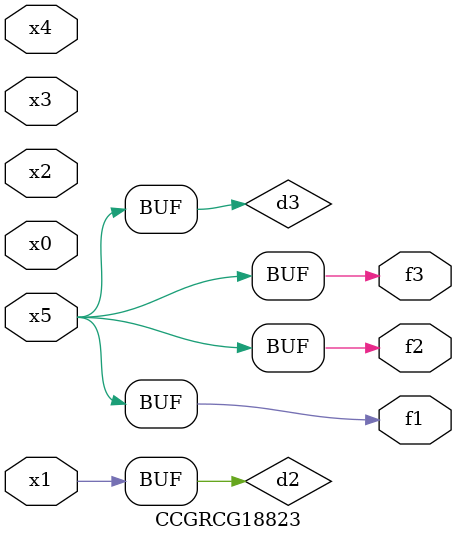
<source format=v>
module CCGRCG18823(
	input x0, x1, x2, x3, x4, x5,
	output f1, f2, f3
);

	wire d1, d2, d3;

	not (d1, x5);
	or (d2, x1);
	xnor (d3, d1);
	assign f1 = d3;
	assign f2 = d3;
	assign f3 = d3;
endmodule

</source>
